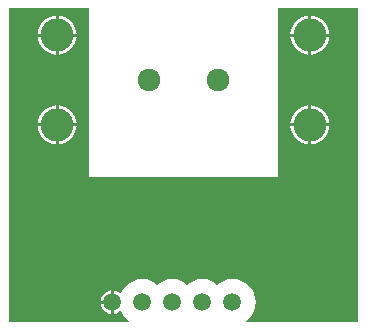
<source format=gbl>
G04 Layer_Physical_Order=2*
G04 Layer_Color=16711680*
%FSLAX43Y43*%
%MOMM*%
G71*
G01*
G75*
%ADD17C,1.500*%
%ADD18C,2.800*%
%ADD19C,1.920*%
G36*
X29800Y200D02*
X20343D01*
X20297Y327D01*
X20526Y514D01*
X20769Y811D01*
X20950Y1150D01*
X21062Y1518D01*
X21099Y1900D01*
X21062Y2282D01*
X20950Y2650D01*
X20769Y2989D01*
X20526Y3286D01*
X20229Y3529D01*
X19890Y3710D01*
X19522Y3822D01*
X19140Y3859D01*
X18758Y3822D01*
X18390Y3710D01*
X18051Y3529D01*
X17870Y3380D01*
X17689Y3529D01*
X17350Y3710D01*
X16982Y3822D01*
X16600Y3859D01*
X16218Y3822D01*
X15850Y3710D01*
X15511Y3529D01*
X15330Y3380D01*
X15149Y3529D01*
X14810Y3710D01*
X14442Y3822D01*
X14060Y3859D01*
X13678Y3822D01*
X13310Y3710D01*
X12971Y3529D01*
X12790Y3380D01*
X12609Y3529D01*
X12270Y3710D01*
X11902Y3822D01*
X11520Y3859D01*
X11138Y3822D01*
X10770Y3710D01*
X10431Y3529D01*
X10134Y3286D01*
X9891Y2989D01*
X9754Y2732D01*
X9597Y2693D01*
X9594Y2694D01*
X9486Y2777D01*
X9242Y2878D01*
X9107Y2896D01*
Y1900D01*
Y904D01*
X9242Y922D01*
X9486Y1023D01*
X9594Y1106D01*
X9597Y1107D01*
X9754Y1068D01*
X9891Y811D01*
X10134Y514D01*
X10363Y327D01*
X10317Y200D01*
X200D01*
Y26800D01*
X7000D01*
Y12500D01*
X23000D01*
X23000Y26800D01*
X29800D01*
Y200D01*
D02*
G37*
%LPC*%
G36*
X4173Y16773D02*
X2651D01*
X2670Y16576D01*
X2765Y16264D01*
X2918Y15977D01*
X3125Y15725D01*
X3377Y15518D01*
X3664Y15365D01*
X3976Y15270D01*
X4173Y15251D01*
Y16773D01*
D02*
G37*
G36*
X27350Y16773D02*
X25827D01*
Y15251D01*
X26024Y15270D01*
X26336Y15365D01*
X26623Y15518D01*
X26875Y15725D01*
X27082Y15977D01*
X27235Y16264D01*
X27330Y16576D01*
X27350Y16773D01*
D02*
G37*
G36*
X4173Y18549D02*
X3976Y18530D01*
X3664Y18435D01*
X3377Y18282D01*
X3125Y18075D01*
X2918Y17823D01*
X2765Y17536D01*
X2670Y17224D01*
X2651Y17027D01*
X4173D01*
Y18549D01*
D02*
G37*
G36*
X4427D02*
Y17027D01*
X5949D01*
X5930Y17224D01*
X5835Y17536D01*
X5682Y17823D01*
X5475Y18075D01*
X5223Y18282D01*
X4936Y18435D01*
X4624Y18530D01*
X4427Y18549D01*
D02*
G37*
G36*
X8853Y2896D02*
X8718Y2878D01*
X8474Y2777D01*
X8264Y2616D01*
X8103Y2406D01*
X8002Y2162D01*
X7984Y2027D01*
X8853D01*
Y2896D01*
D02*
G37*
G36*
Y1773D02*
X7984D01*
X8002Y1638D01*
X8103Y1394D01*
X8264Y1184D01*
X8474Y1023D01*
X8718Y922D01*
X8853Y904D01*
Y1773D01*
D02*
G37*
G36*
X25573Y16773D02*
X24051D01*
X24070Y16576D01*
X24165Y16264D01*
X24318Y15977D01*
X24525Y15725D01*
X24777Y15518D01*
X25064Y15365D01*
X25376Y15270D01*
X25573Y15251D01*
Y16773D01*
D02*
G37*
G36*
X5949Y16773D02*
X4427D01*
Y15251D01*
X4624Y15270D01*
X4936Y15365D01*
X5223Y15518D01*
X5475Y15725D01*
X5682Y15977D01*
X5835Y16264D01*
X5930Y16576D01*
X5949Y16773D01*
D02*
G37*
G36*
X25573Y18549D02*
X25376Y18530D01*
X25064Y18435D01*
X24777Y18282D01*
X24525Y18075D01*
X24318Y17823D01*
X24165Y17536D01*
X24070Y17224D01*
X24051Y17027D01*
X25573D01*
Y18549D01*
D02*
G37*
G36*
X4427Y26149D02*
Y24627D01*
X5949D01*
X5930Y24824D01*
X5835Y25136D01*
X5682Y25423D01*
X5475Y25675D01*
X5223Y25882D01*
X4936Y26035D01*
X4624Y26130D01*
X4427Y26149D01*
D02*
G37*
G36*
X4173D02*
X3976Y26130D01*
X3664Y26035D01*
X3377Y25882D01*
X3125Y25675D01*
X2918Y25423D01*
X2765Y25136D01*
X2670Y24824D01*
X2651Y24627D01*
X4173D01*
Y26149D01*
D02*
G37*
G36*
X25827Y26149D02*
Y24627D01*
X27349D01*
X27330Y24824D01*
X27235Y25136D01*
X27082Y25423D01*
X26875Y25675D01*
X26623Y25882D01*
X26336Y26035D01*
X26024Y26130D01*
X25827Y26149D01*
D02*
G37*
G36*
X25573Y26149D02*
X25376Y26130D01*
X25064Y26035D01*
X24777Y25882D01*
X24525Y25675D01*
X24318Y25423D01*
X24165Y25136D01*
X24070Y24824D01*
X24051Y24627D01*
X25573D01*
Y26149D01*
D02*
G37*
G36*
Y24373D02*
X24051D01*
X24070Y24176D01*
X24165Y23864D01*
X24318Y23577D01*
X24525Y23325D01*
X24777Y23118D01*
X25064Y22965D01*
X25376Y22870D01*
X25573Y22851D01*
Y24373D01*
D02*
G37*
G36*
X27349D02*
X25827D01*
Y22851D01*
X26024Y22870D01*
X26336Y22965D01*
X26623Y23118D01*
X26875Y23325D01*
X27082Y23577D01*
X27235Y23864D01*
X27330Y24176D01*
X27349Y24373D01*
D02*
G37*
G36*
X25827Y18549D02*
Y17027D01*
X27349D01*
X27330Y17224D01*
X27235Y17536D01*
X27082Y17823D01*
X26875Y18075D01*
X26623Y18282D01*
X26336Y18435D01*
X26024Y18530D01*
X25827Y18549D01*
D02*
G37*
G36*
X5949Y24373D02*
X4427D01*
Y22851D01*
X4624Y22870D01*
X4936Y22965D01*
X5223Y23118D01*
X5475Y23325D01*
X5682Y23577D01*
X5835Y23864D01*
X5930Y24176D01*
X5949Y24373D01*
D02*
G37*
G36*
X4173D02*
X2651D01*
X2670Y24176D01*
X2765Y23864D01*
X2918Y23577D01*
X3125Y23325D01*
X3377Y23118D01*
X3664Y22965D01*
X3976Y22870D01*
X4173Y22851D01*
Y24373D01*
D02*
G37*
%LPD*%
D17*
X14060Y1900D02*
D03*
X11520D02*
D03*
X8980D02*
D03*
X16600D02*
D03*
X19140D02*
D03*
D18*
X4300Y24500D02*
D03*
Y16900D02*
D03*
X25700D02*
D03*
Y24500D02*
D03*
D19*
X12100Y20700D02*
D03*
X17900D02*
D03*
M02*

</source>
